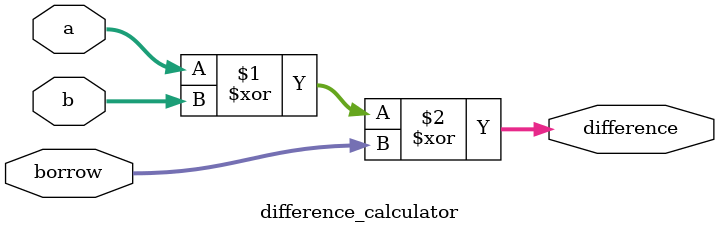
<source format=sv>
module pwm_generator_reset #(parameter COUNTER_SIZE = 8)(
  input wire clk,
  input wire rst,
  input wire [COUNTER_SIZE-1:0] duty_cycle,
  output reg pwm_out
);
  reg [COUNTER_SIZE-1:0] counter;
  wire [COUNTER_SIZE-1:0] subtraction_result;
  wire borrow_out;
  
  // Counter module instance
  counter_module #(
    .COUNTER_WIDTH(COUNTER_SIZE)
  ) counter_inst (
    .clk(clk),
    .rst(rst),
    .counter_out(counter)
  );
  
  // Parallel prefix subtractor instance
  prefix_subtractor_top #(
    .WIDTH(COUNTER_SIZE)
  ) subtractor_inst (
    .a(duty_cycle),
    .b(counter),
    .difference(subtraction_result),
    .borrow_out(borrow_out)
  );
  
  // PWM output control logic
  always @(posedge clk) begin
    if (rst) begin
      pwm_out <= 1'b0;
    end else begin
      pwm_out <= ~borrow_out; // PWM output is high when duty_cycle > counter
    end
  end
endmodule

// Counter module
module counter_module #(parameter COUNTER_WIDTH = 8)(
  input wire clk,
  input wire rst,
  output reg [COUNTER_WIDTH-1:0] counter_out
);
  always @(posedge clk) begin
    if (rst) begin
      counter_out <= {COUNTER_WIDTH{1'b0}};
    end else begin
      counter_out <= counter_out + 1'b1;
    end
  end
endmodule

// Top-level subtractor module
module prefix_subtractor_top #(parameter WIDTH = 8)(
  input wire [WIDTH-1:0] a,
  input wire [WIDTH-1:0] b,
  output wire [WIDTH-1:0] difference,
  output wire borrow_out
);
  wire [WIDTH:0] borrow;
  wire [WIDTH-1:0] p, g;
  
  // Generate propagate and generate signals
  pg_generator #(
    .WIDTH(WIDTH)
  ) pg_gen_inst (
    .a(a),
    .b(b),
    .p(p),
    .g(g)
  );
  
  // Parallel prefix network
  prefix_network #(
    .WIDTH(WIDTH)
  ) prefix_network_inst (
    .p_in(p),
    .g_in(g),
    .borrow(borrow)
  );
  
  // Calculate final difference
  difference_calculator #(
    .WIDTH(WIDTH)
  ) diff_calc_inst (
    .a(a),
    .b(b),
    .borrow(borrow[WIDTH-1:0]),
    .difference(difference)
  );
  
  // Borrow out is the final carry
  assign borrow_out = borrow[WIDTH];
endmodule

// Generate propagate and generate signals
module pg_generator #(parameter WIDTH = 8)(
  input wire [WIDTH-1:0] a,
  input wire [WIDTH-1:0] b,
  output wire [WIDTH-1:0] p,
  output wire [WIDTH-1:0] g
);
  // Propagate: a XOR b
  assign p = a ^ b;
  // Generate: ~a AND b
  assign g = ~a & b;
endmodule

// Prefix network implementation
module prefix_network #(parameter WIDTH = 8)(
  input wire [WIDTH-1:0] p_in,
  input wire [WIDTH-1:0] g_in,
  output wire [WIDTH:0] borrow
);
  wire [WIDTH-1:0] p_level1, g_level1;
  wire [WIDTH-1:0] p_level2, g_level2;
  wire [WIDTH-1:0] p_level3, g_level3;
  wire [WIDTH-1:0] p_level4, g_level4;
  
  // Initial borrow in is 0
  assign borrow[0] = 1'b0;
  
  // Level 1 processing
  level1_processor #(
    .WIDTH(WIDTH)
  ) level1_proc_inst (
    .p_in(p_in),
    .g_in(g_in),
    .p_out(p_level1),
    .g_out(g_level1)
  );
  
  // Level 2 processing
  level2_processor #(
    .WIDTH(WIDTH)
  ) level2_proc_inst (
    .p_in(p_level1),
    .g_in(g_level1),
    .p_out(p_level2),
    .g_out(g_level2)
  );
  
  // Level 3 processing
  level3_processor #(
    .WIDTH(WIDTH)
  ) level3_proc_inst (
    .p_in(p_level2),
    .g_in(g_level2),
    .p_out(p_level3),
    .g_out(g_level3)
  );
  
  // Level 4 processing
  level4_processor #(
    .WIDTH(WIDTH)
  ) level4_proc_inst (
    .p_in(p_level3),
    .g_in(g_level3),
    .p_out(p_level4),
    .g_out(g_level4)
  );
  
  // Map final g values to borrow signals
  genvar i;
  generate
    for (i = 0; i < WIDTH; i = i + 1) begin: borrow_gen
      assign borrow[i+1] = g_level4[i];
    end
  endgenerate
endmodule

// Level 1 processing
module level1_processor #(parameter WIDTH = 8)(
  input wire [WIDTH-1:0] p_in,
  input wire [WIDTH-1:0] g_in,
  output wire [WIDTH-1:0] p_out,
  output wire [WIDTH-1:0] g_out
);
  assign p_out = p_in;
  assign g_out = g_in;
endmodule

// Level 2 processing
module level2_processor #(parameter WIDTH = 8)(
  input wire [WIDTH-1:0] p_in,
  input wire [WIDTH-1:0] g_in,
  output wire [WIDTH-1:0] p_out,
  output wire [WIDTH-1:0] g_out
);
  assign p_out[0] = p_in[0];
  assign g_out[0] = g_in[0];
  
  genvar i;
  generate
    for (i = 1; i < WIDTH; i = i + 1) begin: level2_gen
      assign p_out[i] = p_in[i] & p_in[i-1];
      assign g_out[i] = g_in[i] | (p_in[i] & g_in[i-1]);
    end
  endgenerate
endmodule

// Level 3 processing
module level3_processor #(parameter WIDTH = 8)(
  input wire [WIDTH-1:0] p_in,
  input wire [WIDTH-1:0] g_in,
  output wire [WIDTH-1:0] p_out,
  output wire [WIDTH-1:0] g_out
);
  assign p_out[0] = p_in[0];
  assign g_out[0] = g_in[0];
  assign p_out[1] = p_in[1];
  assign g_out[1] = g_in[1];
  
  genvar i;
  generate
    for (i = 2; i < WIDTH; i = i + 1) begin: level3_gen
      assign p_out[i] = p_in[i] & p_in[i-2];
      assign g_out[i] = g_in[i] | (p_in[i] & g_in[i-2]);
    end
  endgenerate
endmodule

// Level 4 processing
module level4_processor #(parameter WIDTH = 8)(
  input wire [WIDTH-1:0] p_in,
  input wire [WIDTH-1:0] g_in,
  output wire [WIDTH-1:0] p_out,
  output wire [WIDTH-1:0] g_out
);
  // Direct connections for first 4 elements
  genvar j;
  generate
    for (j = 0; j < 4; j = j + 1) begin: direct_connect
      assign p_out[j] = p_in[j];
      assign g_out[j] = g_in[j];
    end
  endgenerate
  
  // Process remaining elements
  genvar i;
  generate
    for (i = 4; i < WIDTH; i = i + 1) begin: level4_gen
      assign p_out[i] = p_in[i] & p_in[i-4];
      assign g_out[i] = g_in[i] | (p_in[i] & g_in[i-4]);
    end
  endgenerate
endmodule

// Calculate final difference
module difference_calculator #(parameter WIDTH = 8)(
  input wire [WIDTH-1:0] a,
  input wire [WIDTH-1:0] b,
  input wire [WIDTH-1:0] borrow,
  output wire [WIDTH-1:0] difference
);
  // Difference = a XOR b XOR borrow
  assign difference = a ^ b ^ borrow;
endmodule
</source>
